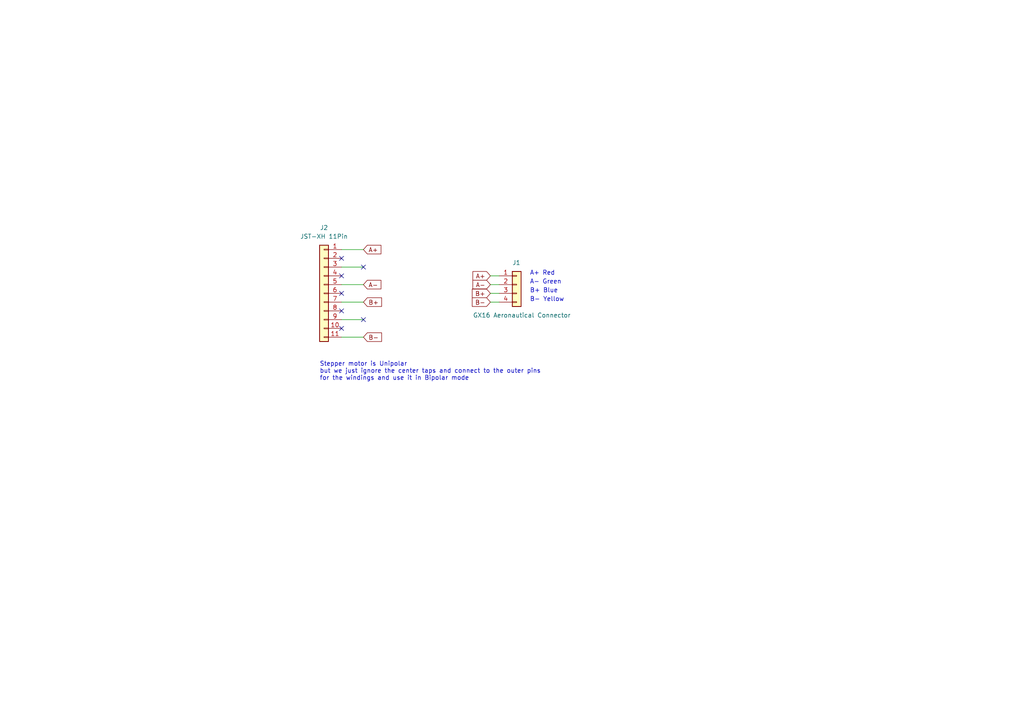
<source format=kicad_sch>
(kicad_sch (version 20211123) (generator eeschema)
  (paper "A4")
  (lib_symbols
    (symbol "Connector_Generic:Conn_01x04" (pin_names (offset 1.016) hide)
      (property "Reference" "J" (at 0 5.08 0))
      (property "Value" "Conn_01x04" (at 0 -7.62 0))
      (symbol "Conn_01x04_1_1"
        (rectangle (start -1.27 -4.953) (end 0 -5.207) (stroke (width 0.1524)))
        (rectangle (start -1.27 -2.413) (end 0 -2.667) (stroke (width 0.1524)))
        (rectangle (start -1.27 0.127) (end 0 -0.127) (stroke (width 0.1524)))
        (rectangle (start -1.27 2.667) (end 0 2.413) (stroke (width 0.1524)))
        (rectangle (start -1.27 3.81) (end 1.27 -6.35) (stroke (width 0.254)) (fill (type background)))
        (pin passive line (at -5.08 2.54 0) (length 3.81) (name "Pin_1") (number "1"))
        (pin passive line (at -5.08 0 0) (length 3.81) (name "Pin_2") (number "2"))
        (pin passive line (at -5.08 -2.54 0) (length 3.81) (name "Pin_3") (number "3"))
        (pin passive line (at -5.08 -5.08 0) (length 3.81) (name "Pin_4") (number "4"))
      )
    )
    (symbol "Connector_Generic:Conn_01x11" (pin_names (offset 1.016) hide)
      (property "Reference" "J" (at 0 15.24 0))
      (property "Value" "Conn_01x11" (at 0 -15.24 0))
      (symbol "Conn_01x11_1_1"
        (rectangle (start -1.27 -12.573) (end 0 -12.827) (stroke (width 0.1524)))
        (rectangle (start -1.27 -10.033) (end 0 -10.287) (stroke (width 0.1524)))
        (rectangle (start -1.27 -7.493) (end 0 -7.747) (stroke (width 0.1524)))
        (rectangle (start -1.27 -4.953) (end 0 -5.207) (stroke (width 0.1524)))
        (rectangle (start -1.27 -2.413) (end 0 -2.667) (stroke (width 0.1524)))
        (rectangle (start -1.27 0.127) (end 0 -0.127) (stroke (width 0.1524)))
        (rectangle (start -1.27 2.667) (end 0 2.413) (stroke (width 0.1524)))
        (rectangle (start -1.27 5.207) (end 0 4.953) (stroke (width 0.1524)))
        (rectangle (start -1.27 7.747) (end 0 7.493) (stroke (width 0.1524)))
        (rectangle (start -1.27 10.287) (end 0 10.033) (stroke (width 0.1524)))
        (rectangle (start -1.27 12.827) (end 0 12.573) (stroke (width 0.1524)))
        (rectangle (start -1.27 13.97) (end 1.27 -13.97) (stroke (width 0.254)) (fill (type background)))
        (pin passive line (at -5.08 12.7 0) (length 3.81) (name "Pin_1") (number "1"))
        (pin passive line (at -5.08 -10.16 0) (length 3.81) (name "Pin_10") (number "10"))
        (pin passive line (at -5.08 -12.7 0) (length 3.81) (name "Pin_11") (number "11"))
        (pin passive line (at -5.08 10.16 0) (length 3.81) (name "Pin_2") (number "2"))
        (pin passive line (at -5.08 7.62 0) (length 3.81) (name "Pin_3") (number "3"))
        (pin passive line (at -5.08 5.08 0) (length 3.81) (name "Pin_4") (number "4"))
        (pin passive line (at -5.08 2.54 0) (length 3.81) (name "Pin_5") (number "5"))
        (pin passive line (at -5.08 0 0) (length 3.81) (name "Pin_6") (number "6"))
        (pin passive line (at -5.08 -2.54 0) (length 3.81) (name "Pin_7") (number "7"))
        (pin passive line (at -5.08 -5.08 0) (length 3.81) (name "Pin_8") (number "8"))
        (pin passive line (at -5.08 -7.62 0) (length 3.81) (name "Pin_9") (number "9"))
      )
    )
  )
  (no_connect (at 105.41 92.71))
  (no_connect (at 99.06 74.93))
  (no_connect (at 99.06 95.25))
  (no_connect (at 99.06 85.09))
  (no_connect (at 99.06 90.17))
  (no_connect (at 99.06 80.01))
  (no_connect (at 105.41 77.47))
  (wire (pts (xy 99.06 97.79) (xy 105.41 97.79)))
  (wire (pts (xy 142.24 80.01) (xy 144.78 80.01)))
  (wire (pts (xy 142.24 85.09) (xy 144.78 85.09)))
  (wire (pts (xy 142.24 87.63) (xy 144.78 87.63)))
  (wire (pts (xy 99.06 77.47) (xy 105.41 77.47)))
  (wire (pts (xy 99.06 87.63) (xy 105.41 87.63)))
  (wire (pts (xy 99.06 82.55) (xy 105.41 82.55)))
  (wire (pts (xy 99.06 92.71) (xy 105.41 92.71)))
  (wire (pts (xy 142.24 82.55) (xy 144.78 82.55)))
  (wire (pts (xy 99.06 72.39) (xy 105.41 72.39)))
  (text "B- Yellow" (at 153.67 87.63 0) (effects (font (size 1.27 1.27)) (justify left bottom)))
  (text "B+ Blue" (at 153.67 85.09 0) (effects (font (size 1.27 1.27)) (justify left bottom)))
  (text "A+ Red" (at 153.67 80.01 0) (effects (font (size 1.27 1.27)) (justify left bottom)))
  (text "A- Green" (at 153.67 82.55 0) (effects (font (size 1.27 1.27)) (justify left bottom)))
  (text "Stepper motor is Unipolar\nbut we just ignore the center taps and connect to the outer pins\nfor the windings and use it in Bipolar mode" (at 92.71 110.49 0) (effects (font (size 1.27 1.27)) (justify left bottom)))
  (global_label "B+" (shape input) (at 105.41 87.63 0) (property "Intersheet References" "${INTERSHEET_REFS}" (effects hide)))
  (global_label "B-" (shape input) (at 142.24 87.63 180) (property "Intersheet References" "${INTERSHEET_REFS}" (effects hide)))
  (global_label "A+" (shape input) (at 142.24 80.01 180) (property "Intersheet References" "${INTERSHEET_REFS}" (effects hide)))
  (global_label "B+" (shape input) (at 142.24 85.09 180) (property "Intersheet References" "${INTERSHEET_REFS}" (effects hide)))
  (global_label "B-" (shape input) (at 105.41 97.79 0) (property "Intersheet References" "${INTERSHEET_REFS}" (effects hide)))
  (global_label "A-" (shape input) (at 142.24 82.55 180) (property "Intersheet References" "${INTERSHEET_REFS}" (effects hide)))
  (global_label "A+" (shape input) (at 105.41 72.39 0) (property "Intersheet References" "${INTERSHEET_REFS}" (effects hide)))
  (global_label "A-" (shape input) (at 105.41 82.55 0) (property "Intersheet References" "${INTERSHEET_REFS}" (effects hide)))
  (symbol (lib_id "Connector_Generic:Conn_01x04") (at 149.86 82.55 0) (unit 1)
    (property "Reference" "J1" (at 148.59 76.2 0) (effects (justify left)))
    (property "Value" "GX16 Aeronautical Connector" (at 137.16 91.44 0) (effects (justify left)))
  )
  (symbol (lib_id "Connector_Generic:Conn_01x11") (at 93.98 85.09 0) (mirror y) (unit 1)
    (property "Reference" "J2" (at 93.98 66.04 0))
    (property "Value" "JST-XH 11Pin" (at 93.98 68.58 0))
  )
)
</source>
